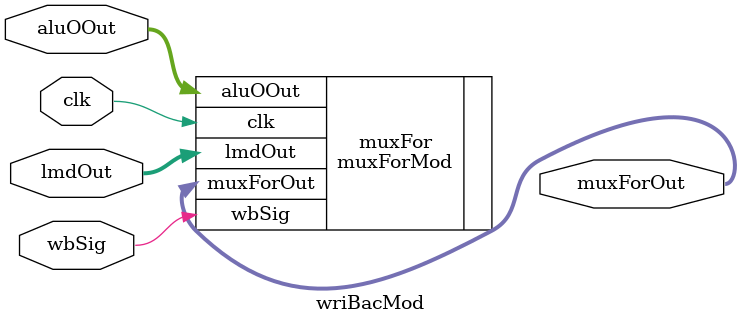
<source format=v>
`include "../wriBac/muxFor.v"

module wriBacMod (
	input wire clk, wbSig,
	input wire [31:0] aluOOut, lmdOut,
	output wire [31:0] muxForOut
);
	
	muxForMod muxFor(
		.clk(clk), .wbSig(wbSig),
		.aluOOut(aluOOut), .lmdOut(lmdOut),
		.muxForOut(muxForOut)
	);

endmodule
</source>
